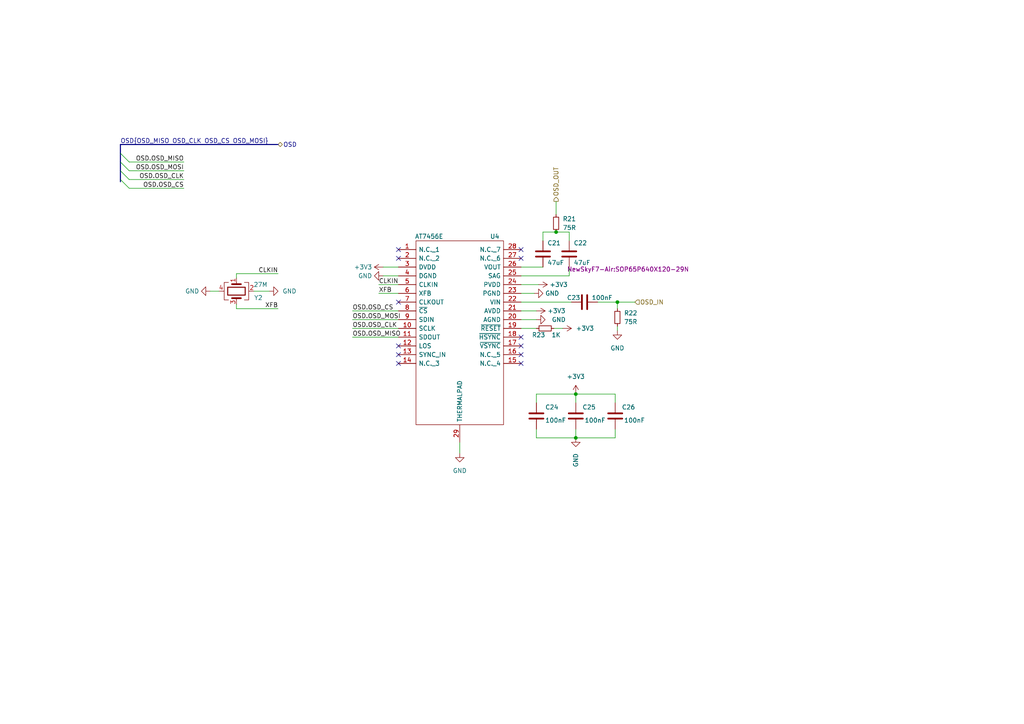
<source format=kicad_sch>
(kicad_sch (version 20230121) (generator eeschema)
  (paper "A4")
  (title_block (title "NewSkyF7-Air") (date "2023-12-01") (rev "1.0V"))
  (lib_symbols
    (symbol "AT7456E_1" (pin_names (offset 0.762))
      (property "Reference" "U" (at 0.635 12.065 0))
      (property "Value" "AT7456E_1" (at -12.065 12.065 0))
      (symbol "AT7456E_1_0_0"
        (pin passive line (at -17.145 8.255 0) (length 5.08) (name "N.C._1") (number "1"))
        (pin passive line (at -17.145 -14.605 0) (length 5.08) (name "SCLK") (number "10"))
        (pin passive line (at -17.145 -17.145 0) (length 5.08) (name "SDOUT") (number "11"))
        (pin passive line (at -17.145 -19.685 0) (length 5.08) (name "LOS") (number "12"))
        (pin passive line (at -17.145 -22.225 0) (length 5.08) (name "SYNC_IN") (number "13"))
        (pin passive line (at -17.145 -24.765 0) (length 5.08) (name "N.C._3") (number "14"))
        (pin passive line (at 18.415 -24.765 180) (length 5.08) (name "N.C._4") (number "15"))
        (pin passive line (at 18.415 -22.225 180) (length 5.08) (name "N.C._5") (number "16"))
        (pin passive line (at 18.415 -19.685 180) (length 5.08) (name "~{VSYNC}") (number "17"))
        (pin passive line (at 18.415 -17.145 180) (length 5.08) (name "~{HSYNC}") (number "18"))
        (pin passive line (at 18.415 -14.605 180) (length 5.08) (name "~{RESET}") (number "19"))
        (pin passive line (at -17.145 5.715 0) (length 5.08) (name "N.C._2") (number "2"))
        (pin passive line (at 18.415 -12.065 180) (length 5.08) (name "AGND") (number "20"))
        (pin passive line (at 18.415 -9.525 180) (length 5.08) (name "AVDD") (number "21"))
        (pin passive line (at 18.415 -6.985 180) (length 5.08) (name "VIN") (number "22"))
        (pin passive line (at 18.415 -4.445 180) (length 5.08) (name "PGND") (number "23"))
        (pin passive line (at 18.415 -1.905 180) (length 5.08) (name "PVDD") (number "24"))
        (pin passive line (at 18.415 0.635 180) (length 5.08) (name "SAG") (number "25"))
        (pin passive line (at 18.415 3.175 180) (length 5.08) (name "VOUT") (number "26"))
        (pin passive line (at 18.415 5.715 180) (length 5.08) (name "N.C._6") (number "27"))
        (pin passive line (at 18.415 8.255 180) (length 5.08) (name "N.C._7") (number "28"))
        (pin passive line (at 0.635 -47.625 90) (length 5.08) (name "THERMALPAD") (number "29"))
        (pin passive line (at -17.145 3.175 0) (length 5.08) (name "DVDD") (number "3"))
        (pin passive line (at -17.145 0.635 0) (length 5.08) (name "DGND") (number "4"))
        (pin passive line (at -17.145 -1.905 0) (length 5.08) (name "CLKIN") (number "5"))
        (pin passive line (at -17.145 -4.445 0) (length 5.08) (name "XFB") (number "6"))
        (pin passive line (at -17.145 -6.985 0) (length 5.08) (name "CLKOUT") (number "7"))
        (pin passive line (at -17.145 -9.525 0) (length 5.08) (name "~{CS}") (number "8"))
        (pin passive line (at -17.145 -12.065 0) (length 5.08) (name "SDIN") (number "9"))
      )
      (symbol "AT7456E_1_0_1"
        (polyline (pts (xy -12.065 10.795) (xy 13.335 10.795) (xy 13.335 -42.545) (xy -12.065 -42.545) (xy -12.065 10.795)) (stroke (width 0.1524)))
      )
    )
    (symbol "Device:C" (pin_numbers hide) (pin_names (offset 0.254))
      (property "Reference" "C" (at 0.635 2.54 0))
      (property "Value" "C" (at 0.635 -2.54 0))
      (symbol "C_0_1"
        (polyline (pts (xy -2.032 -0.762) (xy 2.032 -0.762)) (stroke (width 0.508)))
        (polyline (pts (xy -2.032 0.762) (xy 2.032 0.762)) (stroke (width 0.508)))
      )
      (symbol "C_1_1"
        (pin passive line (at 0 3.81 270) (length 2.794) (name "~") (number "1"))
        (pin passive line (at 0 -3.81 90) (length 2.794) (name "~") (number "2"))
      )
    )
    (symbol "Device:Crystal_GND24" (pin_names (offset 1.016) hide)
      (property "Reference" "Y" (at 3.175 5.08 0))
      (property "Value" "Crystal_GND24" (at 3.175 3.175 0))
      (symbol "Crystal_GND24_0_1"
        (rectangle (start -1.143 2.54) (end 1.143 -2.54) (stroke (width 0.3048)))
        (polyline (pts (xy -2.54 0) (xy -2.032 0)))
        (polyline (pts (xy -2.032 -1.27) (xy -2.032 1.27)) (stroke (width 0.508)))
        (polyline (pts (xy 0 -3.81) (xy 0 -3.556)))
        (polyline (pts (xy 0 3.556) (xy 0 3.81)))
        (polyline (pts (xy 2.032 -1.27) (xy 2.032 1.27)) (stroke (width 0.508)))
        (polyline (pts (xy 2.032 0) (xy 2.54 0)))
        (polyline (pts (xy -2.54 -2.286) (xy -2.54 -3.556) (xy 2.54 -3.556) (xy 2.54 -2.286)))
        (polyline (pts (xy -2.54 2.286) (xy -2.54 3.556) (xy 2.54 3.556) (xy 2.54 2.286)))
      )
      (symbol "Crystal_GND24_1_1"
        (pin passive line (at -3.81 0 0) (length 1.27) (name "1") (number "1"))
        (pin passive line (at 0 5.08 270) (length 1.27) (name "2") (number "2"))
        (pin passive line (at 3.81 0 180) (length 1.27) (name "3") (number "3"))
        (pin passive line (at 0 -5.08 90) (length 1.27) (name "4") (number "4"))
      )
    )
    (symbol "Device:R_Small" (pin_numbers hide) (pin_names (offset 0.254) hide)
      (property "Reference" "R" (at 0.762 0.508 0))
      (property "Value" "R_Small" (at 0.762 -1.016 0))
      (symbol "R_Small_0_1"
        (rectangle (start -0.762 1.778) (end 0.762 -1.778) (stroke (width 0.2032)))
      )
      (symbol "R_Small_1_1"
        (pin passive line (at 0 2.54 270) (length 0.762) (name "~") (number "1"))
        (pin passive line (at 0 -2.54 90) (length 0.762) (name "~") (number "2"))
      )
    )
    (symbol "power:+3V3" (power) (pin_names (offset 0))
      (property "Value" "+3V3" (at 0 3.556 0))
      (symbol "+3V3_0_1"
        (polyline (pts (xy -0.762 1.27) (xy 0 2.54)))
        (polyline (pts (xy 0 0) (xy 0 2.54)))
        (polyline (pts (xy 0 2.54) (xy 0.762 1.27)))
      )
      (symbol "+3V3_1_1"
        (pin power_in line (at 0 0 90) (length 0) hide (name "+3V3") (number "1"))
      )
    )
    (symbol "power:GND" (power) (pin_names (offset 0))
      (property "Value" "GND" (at 0 -3.81 0))
      (symbol "GND_0_1"
        (polyline (pts (xy 0 0) (xy 0 -1.27) (xy 1.27 -1.27) (xy 0 -2.54) (xy -1.27 -1.27) (xy 0 -1.27)))
      )
      (symbol "GND_1_1"
        (pin power_in line (at 0 0 270) (length 0) hide (name "GND") (number "1"))
      )
    )
  )
  (junction (at 167.005 127))
  (junction (at 179.07 87.63))
  (junction (at 161.29 67.31))
  (junction (at 167.005 114.3))
  (no_connect (at 115.57 87.63))
  (no_connect (at 151.13 97.79))
  (no_connect (at 115.57 72.39))
  (no_connect (at 115.57 100.33))
  (no_connect (at 151.13 105.41))
  (no_connect (at 115.57 102.87))
  (no_connect (at 151.13 100.33))
  (no_connect (at 151.13 74.93))
  (no_connect (at 151.13 72.39))
  (no_connect (at 151.13 102.87))
  (no_connect (at 115.57 105.41))
  (no_connect (at 115.57 74.93))
  (bus_entry (at 34.925 46.99) (size 2.54 2.54))
  (bus_entry (at 34.925 52.07) (size 2.54 2.54))
  (bus_entry (at 34.925 44.45) (size 2.54 2.54))
  (bus_entry (at 34.925 49.53) (size 2.54 2.54))
  (wire (pts (xy 173.355 87.63) (xy 179.07 87.63)))
  (wire (pts (xy 37.465 52.07) (xy 53.34 52.07)))
  (wire (pts (xy 155.575 116.84) (xy 155.575 114.3)))
  (wire (pts (xy 37.465 49.53) (xy 53.34 49.53)))
  (wire (pts (xy 151.13 92.71) (xy 155.575 92.71)))
  (wire (pts (xy 167.005 127) (xy 167.005 124.46)))
  (bus (pts (xy 34.925 49.53) (xy 34.925 52.07)))
  (wire (pts (xy 78.105 84.455) (xy 73.66 84.455)))
  (wire (pts (xy 111.125 77.47) (xy 115.57 77.47)))
  (wire (pts (xy 37.465 46.99) (xy 53.34 46.99)))
  (bus (pts (xy 34.925 41.91) (xy 34.925 44.45)))
  (wire (pts (xy 68.58 88.265) (xy 68.58 89.535)))
  (wire (pts (xy 102.235 95.25) (xy 115.57 95.25)))
  (wire (pts (xy 151.13 87.63) (xy 165.735 87.63)))
  (bus (pts (xy 34.925 52.07) (xy 34.925 52.705)))
  (wire (pts (xy 53.34 54.61) (xy 37.465 54.61)))
  (wire (pts (xy 161.29 67.31) (xy 165.1 67.31)))
  (wire (pts (xy 102.235 92.71) (xy 115.57 92.71)))
  (wire (pts (xy 167.005 114.3) (xy 178.435 114.3)))
  (wire (pts (xy 151.13 77.47) (xy 157.48 77.47)))
  (wire (pts (xy 165.1 77.47) (xy 165.1 80.01)))
  (wire (pts (xy 80.645 79.375) (xy 68.58 79.375)))
  (wire (pts (xy 157.48 69.85) (xy 157.48 67.31)))
  (wire (pts (xy 178.435 114.3) (xy 178.435 116.84)))
  (wire (pts (xy 179.07 87.63) (xy 184.15 87.63)))
  (wire (pts (xy 179.07 95.885) (xy 179.07 94.615)))
  (wire (pts (xy 102.235 90.17) (xy 115.57 90.17)))
  (wire (pts (xy 151.13 85.09) (xy 154.94 85.09)))
  (wire (pts (xy 161.29 58.42) (xy 161.29 62.23)))
  (wire (pts (xy 109.855 82.55) (xy 115.57 82.55)))
  (wire (pts (xy 155.575 124.46) (xy 155.575 127)))
  (wire (pts (xy 68.58 80.645) (xy 68.58 79.375)))
  (wire (pts (xy 60.96 84.455) (xy 63.5 84.455)))
  (wire (pts (xy 109.855 85.09) (xy 115.57 85.09)))
  (wire (pts (xy 102.235 97.79) (xy 115.57 97.79)))
  (wire (pts (xy 151.13 80.01) (xy 165.1 80.01)))
  (bus (pts (xy 34.925 46.99) (xy 34.925 49.53)))
  (wire (pts (xy 111.125 80.01) (xy 115.57 80.01)))
  (wire (pts (xy 155.575 114.3) (xy 167.005 114.3)))
  (bus (pts (xy 34.925 44.45) (xy 34.925 46.99)))
  (wire (pts (xy 151.13 82.55) (xy 156.21 82.55)))
  (wire (pts (xy 157.48 67.31) (xy 161.29 67.31)))
  (wire (pts (xy 165.1 67.31) (xy 165.1 69.85)))
  (wire (pts (xy 163.195 95.25) (xy 160.655 95.25)))
  (wire (pts (xy 167.005 114.3) (xy 167.005 116.84)))
  (wire (pts (xy 155.575 127) (xy 167.005 127)))
  (bus (pts (xy 34.925 41.91) (xy 80.645 41.91)))
  (wire (pts (xy 151.13 95.25) (xy 155.575 95.25)))
  (wire (pts (xy 155.575 90.17) (xy 151.13 90.17)))
  (wire (pts (xy 80.645 89.535) (xy 68.58 89.535)))
  (wire (pts (xy 178.435 127) (xy 178.435 124.46)))
  (wire (pts (xy 179.07 87.63) (xy 179.07 89.535)))
  (wire (pts (xy 133.35 128.27) (xy 133.35 131.445)))
  (wire (pts (xy 167.005 127) (xy 178.435 127)))
  (label "OSD.OSD_MISO" (at 53.34 46.99 180))
  (label "OSD.OSD_MOSI" (at 53.34 49.53 180))
  (label "OSD{OSD_MISO OSD_CLK OSD_CS OSD_MOSI}" (at 34.925 41.91 0))
  (label "XFB" (at 80.645 89.535 180))
  (label "CLKIN" (at 80.645 79.375 180))
  (label "OSD.OSD_CLK" (at 53.34 52.07 180))
  (label "OSD.OSD_MISO" (at 102.235 97.79 0))
  (label "OSD.OSD_CS" (at 102.235 90.17 0))
  (label "OSD.OSD_CS" (at 53.34 54.61 180))
  (label "OSD.OSD_MOSI" (at 102.235 92.71 0))
  (label "OSD.OSD_CLK" (at 102.235 95.25 0))
  (label "XFB" (at 109.855 85.09 0))
  (label "CLKIN" (at 109.855 82.55 0))
  (hierarchical_label "OSD_OUT" (shape output) (at 161.29 58.42 90))
  (hierarchical_label "OSD" (shape bidirectional) (at 80.645 41.91 0))
  (hierarchical_label "OSD_IN" (shape input) (at 184.15 87.63 0))
  (symbol (lib_id "power:GND") (at 167.005 127 0) (unit 1)
    (property "Reference" "#PWR047" (effects hide))
    (property "Value" "GND" (at 167.005 131.445 90) (effects (justify right)))
    (instances (project "STM32F745" (path "" (reference "#PWR047") (unit 1))) (project "STM32F446" (path "" (reference "#PWR0153") (unit 1))) (project "NewSkyF7-Air" (path "" (reference "#PWR077") (unit 1))))
  )
  (symbol (lib_id "Device:Crystal_GND24") (at 68.58 84.455 270) (unit 1)
    (property "Reference" "Y2" (at 74.93 86.36 90))
    (property "Value" "27M" (at 75.565 82.55 90))
    (property "Footprint" "Crystal:Crystal_SMD_2520-4Pin_2.5x2.0mm" (effects hide))
  )
  (symbol (lib_id "Device:C") (at 169.545 87.63 90) (unit 1)
    (property "Reference" "C23" (at 166.37 86.36 90))
    (property "Value" "100nF" (at 174.625 86.36 90))
    (property "Footprint" "Capacitor_SMD:C_0402_1005Metric" (effects hide))
    (instances (project "STM32F745" (path "" (reference "C23") (unit 1))) (project "STM32F446" (path "" (reference "C32") (unit 1))) (project "NewSkyF7-Air" (path "" (reference "C37") (unit 1))))
  )
  (symbol (lib_id "Device:R_Small") (at 179.07 92.075 0) (unit 1)
    (property "Reference" "R22" (at 180.975 90.8049 0) (effects (justify left)))
    (property "Value" "75R" (at 180.975 93.3449 0) (effects (justify left)))
    (property "Footprint" "Resistor_SMD:R_0402_1005Metric" (effects hide))
    (instances (project "STM32F745" (path "" (reference "R22") (unit 1))) (project "STM32F446" (path "" (reference "R24") (unit 1))) (project "NewSkyF7-Air" (path "" (reference "R28") (unit 1))))
  )
  (symbol (lib_id "Device:C") (at 155.575 120.65 0) (unit 1)
    (property "Reference" "C24" (at 158.115 118.11 0) (effects (justify left)))
    (property "Value" "100nF" (at 158.115 121.92 0) (effects (justify left)))
    (property "Footprint" "Capacitor_SMD:C_0402_1005Metric" (effects hide))
    (instances (project "STM32F745" (path "" (reference "C24") (unit 1))) (project "STM32F446" (path "" (reference "C28") (unit 1))) (project "NewSkyF7-Air" (path "" (reference "C33") (unit 1))))
  )
  (symbol (lib_id "power:GND") (at 179.07 95.885 0) (unit 1)
    (property "Reference" "#PWR045" (effects hide))
    (property "Value" "GND" (at 179.07 100.965 0))
    (instances (project "STM32F745" (path "" (reference "#PWR045") (unit 1))) (project "STM32F446" (path "" (reference "#PWR0149") (unit 1))) (project "NewSkyF7-Air" (path "" (reference "#PWR078") (unit 1))))
  )
  (symbol (lib_id "Device:C") (at 157.48 73.66 0) (unit 1)
    (property "Reference" "C21" (at 158.75 70.485 0) (effects (justify left)))
    (property "Value" "47uF" (at 158.75 76.2 0) (effects (justify left)))
    (property "Footprint" "Capacitor_SMD:C_0603_1608Metric" (effects hide))
    (instances (project "STM32F745" (path "" (reference "C21") (unit 1))) (project "STM32F446" (path "" (reference "C29") (unit 1))) (project "NewSkyF7-Air" (path "" (reference "C34") (unit 1))))
  )
  (symbol (lib_id "power:GND") (at 155.575 92.71 90) (unit 1)
    (property "Reference" "#PWR043" (effects hide))
    (property "Value" "GND" (at 160.02 92.71 90) (effects (justify right)))
    (instances (project "STM32F745" (path "" (reference "#PWR043") (unit 1))) (project "STM32F446" (path "" (reference "#PWR0148") (unit 1))) (project "NewSkyF7-Air" (path "" (reference "#PWR073") (unit 1))))
  )
  (symbol (lib_id "power:+3V3") (at 167.005 114.3 0) (unit 1)
    (property "Reference" "#PWR046" (effects hide))
    (property "Value" "+3V3" (at 167.005 109.22 0))
    (instances (project "STM32F745" (path "" (reference "#PWR046") (unit 1))) (project "STM32F446" (path "" (reference "#PWR0150") (unit 1))) (project "NewSkyF7-Air" (path "" (reference "#PWR076") (unit 1))))
  )
  (symbol (lib_id "Device:R_Small") (at 161.29 64.77 0) (unit 1)
    (property "Reference" "R21" (at 163.195 63.4999 0) (effects (justify left)))
    (property "Value" "75R" (at 163.195 66.0399 0) (effects (justify left)))
    (property "Footprint" "Resistor_SMD:R_0402_1005Metric" (effects hide))
    (instances (project "STM32F745" (path "" (reference "R21") (unit 1))) (project "STM32F446" (path "" (reference "R23") (unit 1))) (project "NewSkyF7-Air" (path "" (reference "R27") (unit 1))))
  )
  (symbol (lib_name "AT7456E_1") (lib_id "GPU:AT7456E") (at 132.715 80.645 0) (unit 1)
    (property "Reference" "U4" (at 143.51 68.58 0))
    (property "Value" "AT7456E" (at 124.46 68.58 0))
    (property "Footprint" "NewSkyF7-Air:SOP65P640X120-29N" (at 164.465 78.105 0) (effects (justify left)))
    (property "Datasheet" "https://datasheet.lcsc.com/szlcsc/ZHONGKEWEI-AT7456E_C82351.pdf" (effects hide))
    (property "Description" "Video Character Overlay Chip (OSD)" (effects hide))
    (property "Height" "1.2" (effects hide))
    (property "Manufacturer_Name" "ICOF" (effects hide))
    (property "Manufacturer_Part_Number" "AT7456E" (effects hide))
    (instances (project "STM32F745" (path "" (reference "U4") (unit 1))) (project "STM32F446" (path "" (reference "U5") (unit 1))) (project "NewSkyF7-Air" (path "" (reference "U5") (unit 1))))
  )
  (symbol (lib_id "power:+3V3") (at 111.125 77.47 90) (unit 1)
    (property "Reference" "#PWR036" (effects hide))
    (property "Value" "+3V3" (at 107.95 77.4699 90) (effects (justify left)))
    (instances (project "STM32F745" (path "" (reference "#PWR036") (unit 1))) (project "STM32F446" (path "" (reference "#PWR0144") (unit 1))) (project "NewSkyF7-Air" (path "" (reference "#PWR059") (unit 1))))
  )
  (symbol (lib_id "Device:R_Small") (at 158.115 95.25 90) (unit 1)
    (property "Reference" "R23" (at 156.21 97.155 90))
    (property "Value" "1K" (at 161.29 97.155 90))
    (property "Footprint" "Resistor_SMD:R_0402_1005Metric" (effects hide))
    (instances (project "STM32F745" (path "" (reference "R23") (unit 1))) (project "STM32F446" (path "" (reference "R22") (unit 1))) (project "NewSkyF7-Air" (path "" (reference "R26") (unit 1))))
  )
  (symbol (lib_id "power:GND") (at 154.94 85.09 90) (unit 1)
    (property "Reference" "#PWR041" (effects hide))
    (property "Value" "GND" (at 158.115 85.09 90) (effects (justify right)))
    (instances (project "STM32F745" (path "" (reference "#PWR041") (unit 1))) (project "STM32F446" (path "" (reference "#PWR0152") (unit 1))) (project "NewSkyF7-Air" (path "" (reference "#PWR071") (unit 1))))
  )
  (symbol (lib_id "power:GND") (at 111.125 80.01 270) (unit 1)
    (property "Reference" "#PWR037" (effects hide))
    (property "Value" "GND" (at 107.95 80.0099 90) (effects (justify right)))
    (instances (project "STM32F745" (path "" (reference "#PWR037") (unit 1))) (project "STM32F446" (path "" (reference "#PWR0145") (unit 1))) (project "NewSkyF7-Air" (path "" (reference "#PWR069") (unit 1))))
  )
  (symbol (lib_id "power:GND") (at 78.105 84.455 90) (unit 1)
    (property "Reference" "#PWR040" (effects hide))
    (property "Value" "GND" (at 81.915 84.4551 90) (effects (justify right)))
    (instances (project "STM32F745" (path "" (reference "#PWR040") (unit 1))) (project "STM32F446" (path "" (reference "#PWR0155") (unit 1))) (project "NewSkyF7-Air" (path "" (reference "#PWR058") (unit 1))))
  )
  (symbol (lib_id "power:+3V3") (at 156.21 82.55 270) (unit 1)
    (property "Reference" "#PWR038" (effects hide))
    (property "Value" "+3V3" (at 159.385 82.5499 90) (effects (justify left)))
    (instances (project "STM32F745" (path "" (reference "#PWR038") (unit 1))) (project "STM32F446" (path "" (reference "#PWR0151") (unit 1))) (project "NewSkyF7-Air" (path "" (reference "#PWR074") (unit 1))))
  )
  (symbol (lib_id "Device:C") (at 165.1 73.66 0) (unit 1)
    (property "Reference" "C22" (at 166.37 70.485 0) (effects (justify left)))
    (property "Value" "47uF" (at 166.37 76.2 0) (effects (justify left)))
    (property "Footprint" "Capacitor_SMD:C_0603_1608Metric" (effects hide))
    (instances (project "STM32F745" (path "" (reference "C22") (unit 1))) (project "STM32F446" (path "" (reference "C30") (unit 1))) (project "NewSkyF7-Air" (path "" (reference "C35") (unit 1))))
  )
  (symbol (lib_id "Device:C") (at 178.435 120.65 0) (unit 1)
    (property "Reference" "C26" (at 180.34 118.11 0) (effects (justify left)))
    (property "Value" "100nF" (at 180.975 121.92 0) (effects (justify left)))
    (property "Footprint" "Capacitor_SMD:C_0402_1005Metric" (effects hide))
    (instances (project "STM32F745" (path "" (reference "C26") (unit 1))) (project "STM32F446" (path "" (reference "C33") (unit 1))) (project "NewSkyF7-Air" (path "" (reference "C38") (unit 1))))
  )
  (symbol (lib_id "power:+3V3") (at 163.195 95.25 270) (unit 1)
    (property "Reference" "#PWR044" (effects hide))
    (property "Value" "+3V3" (at 167.005 95.2499 90) (effects (justify left)))
    (instances (project "STM32F745" (path "" (reference "#PWR044") (unit 1))) (project "STM32F446" (path "" (reference "#PWR0146") (unit 1))) (project "NewSkyF7-Air" (path "" (reference "#PWR075") (unit 1))))
  )
  (symbol (lib_id "power:+3V3") (at 155.575 90.17 270) (unit 1)
    (property "Reference" "#PWR042" (effects hide))
    (property "Value" "+3V3" (at 158.75 90.1699 90) (effects (justify left)))
    (instances (project "STM32F745" (path "" (reference "#PWR042") (unit 1))) (project "STM32F446" (path "" (reference "#PWR0147") (unit 1))) (project "NewSkyF7-Air" (path "" (reference "#PWR072") (unit 1))))
  )
  (symbol (lib_id "Device:C") (at 167.005 120.65 0) (unit 1)
    (property "Reference" "C25" (at 168.91 118.11 0) (effects (justify left)))
    (property "Value" "100nF" (at 169.545 121.92 0) (effects (justify left)))
    (property "Footprint" "Capacitor_SMD:C_0402_1005Metric" (effects hide))
    (instances (project "STM32F745" (path "" (reference "C25") (unit 1))) (project "STM32F446" (path "" (reference "C31") (unit 1))) (project "NewSkyF7-Air" (path "" (reference "C36") (unit 1))))
  )
  (symbol (lib_id "power:GND") (at 133.35 131.445 0) (unit 1)
    (property "Reference" "#PWR048" (effects hide))
    (property "Value" "GND" (at 133.35 136.525 0))
    (instances (project "STM32F745" (path "" (reference "#PWR048") (unit 1))) (project "STM32F446" (path "" (reference "#PWR0154") (unit 1))) (project "NewSkyF7-Air" (path "" (reference "#PWR070") (unit 1))))
  )
  (symbol (lib_id "power:GND") (at 60.96 84.455 270) (unit 1)
    (property "Reference" "#PWR039" (effects hide))
    (property "Value" "GND" (at 57.785 84.4549 90) (effects (justify right)))
    (instances (project "STM32F745" (path "" (reference "#PWR039") (unit 1))) (project "STM32F446" (path "" (reference "#PWR0177") (unit 1))) (project "NewSkyF7-Air" (path "" (reference "#PWR057") (unit 1))))
  )
)
</source>
